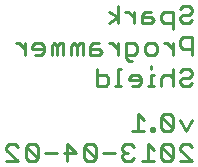
<source format=gbo>
G75*
G70*
%OFA0B0*%
%FSLAX24Y24*%
%IPPOS*%
%LPD*%
%AMOC8*
5,1,8,0,0,1.08239X$1,22.5*
%
%ADD10C,0.0110*%
D10*
X000900Y008205D02*
X001294Y008205D01*
X000900Y008599D01*
X000900Y008697D01*
X000999Y008796D01*
X001196Y008796D01*
X001294Y008697D01*
X001545Y008697D02*
X001643Y008796D01*
X001840Y008796D01*
X001939Y008697D01*
X001939Y008303D01*
X001545Y008697D01*
X001545Y008303D01*
X001643Y008205D01*
X001840Y008205D01*
X001939Y008303D01*
X002189Y008500D02*
X002583Y008500D01*
X002834Y008500D02*
X003228Y008500D01*
X002932Y008796D01*
X002932Y008205D01*
X003479Y008303D02*
X003577Y008205D01*
X003774Y008205D01*
X003872Y008303D01*
X003479Y008697D01*
X003479Y008303D01*
X003872Y008303D02*
X003872Y008697D01*
X003774Y008796D01*
X003577Y008796D01*
X003479Y008697D01*
X004123Y008500D02*
X004517Y008500D01*
X004768Y008402D02*
X004768Y008303D01*
X004866Y008205D01*
X005063Y008205D01*
X005161Y008303D01*
X005412Y008205D02*
X005806Y008205D01*
X005609Y008205D02*
X005609Y008796D01*
X005806Y008599D01*
X006057Y008697D02*
X006155Y008796D01*
X006352Y008796D01*
X006450Y008697D01*
X006450Y008303D01*
X006057Y008697D01*
X006057Y008303D01*
X006155Y008205D01*
X006352Y008205D01*
X006450Y008303D01*
X006701Y008205D02*
X007095Y008205D01*
X006701Y008599D01*
X006701Y008697D01*
X006800Y008796D01*
X006997Y008796D01*
X007095Y008697D01*
X006898Y009205D02*
X006701Y009599D01*
X006450Y009697D02*
X006352Y009796D01*
X006155Y009796D01*
X006057Y009697D01*
X006450Y009303D01*
X006352Y009205D01*
X006155Y009205D01*
X006057Y009303D01*
X006057Y009697D01*
X006450Y009697D02*
X006450Y009303D01*
X006898Y009205D02*
X007095Y009599D01*
X005806Y009303D02*
X005806Y009205D01*
X005707Y009205D01*
X005707Y009303D01*
X005806Y009303D01*
X005484Y009205D02*
X005090Y009205D01*
X005287Y009205D02*
X005287Y009796D01*
X005484Y009599D01*
X005063Y008796D02*
X004866Y008796D01*
X004768Y008697D01*
X004768Y008599D01*
X004866Y008500D01*
X004768Y008402D01*
X004866Y008500D02*
X004965Y008500D01*
X005161Y008697D02*
X005063Y008796D01*
X005081Y010705D02*
X005278Y010705D01*
X005376Y010803D01*
X005376Y011000D01*
X005278Y011099D01*
X005081Y011099D01*
X004983Y011000D01*
X004983Y010902D01*
X005376Y010902D01*
X005707Y011099D02*
X005707Y010705D01*
X005609Y010705D02*
X005806Y010705D01*
X006057Y010705D02*
X006057Y011000D01*
X006155Y011099D01*
X006352Y011099D01*
X006450Y011000D01*
X006701Y010902D02*
X006701Y010803D01*
X006800Y010705D01*
X006997Y010705D01*
X007095Y010803D01*
X006997Y011000D02*
X006800Y011000D01*
X006701Y010902D01*
X006997Y011000D02*
X007095Y011099D01*
X007095Y011197D01*
X006997Y011296D01*
X006800Y011296D01*
X006701Y011197D01*
X006450Y011296D02*
X006450Y010705D01*
X005806Y011099D02*
X005707Y011099D01*
X005707Y011296D02*
X005707Y011394D01*
X005618Y011755D02*
X005520Y011853D01*
X005520Y012050D01*
X005618Y012149D01*
X005815Y012149D01*
X005913Y012050D01*
X005913Y011853D01*
X005815Y011755D01*
X005618Y011755D01*
X005269Y011853D02*
X005269Y012050D01*
X005170Y012149D01*
X004875Y012149D01*
X004875Y011657D01*
X004974Y011558D01*
X005072Y011558D01*
X005170Y011755D02*
X004875Y011755D01*
X004624Y011755D02*
X004624Y012149D01*
X004624Y011952D02*
X004427Y012149D01*
X004329Y012149D01*
X003989Y012149D02*
X003792Y012149D01*
X003693Y012050D01*
X003693Y011755D01*
X003989Y011755D01*
X004087Y011853D01*
X003989Y011952D01*
X003693Y011952D01*
X003443Y011755D02*
X003443Y012149D01*
X003344Y012149D01*
X003246Y012050D01*
X003147Y012149D01*
X003049Y012050D01*
X003049Y011755D01*
X003246Y011755D02*
X003246Y012050D01*
X002798Y012149D02*
X002798Y011755D01*
X002601Y011755D02*
X002601Y012050D01*
X002503Y012149D01*
X002404Y012050D01*
X002404Y011755D01*
X002153Y011853D02*
X002153Y012050D01*
X002055Y012149D01*
X001858Y012149D01*
X001760Y012050D01*
X001760Y011952D01*
X002153Y011952D01*
X002153Y011853D02*
X002055Y011755D01*
X001858Y011755D01*
X001509Y011755D02*
X001509Y012149D01*
X001509Y011952D02*
X001312Y012149D01*
X001214Y012149D01*
X002601Y012050D02*
X002700Y012149D01*
X002798Y012149D01*
X003908Y011296D02*
X003908Y010705D01*
X004204Y010705D01*
X004302Y010803D01*
X004302Y011000D01*
X004204Y011099D01*
X003908Y011099D01*
X004535Y010705D02*
X004732Y010705D01*
X004633Y010705D02*
X004633Y011296D01*
X004732Y011296D01*
X005170Y011755D02*
X005269Y011853D01*
X006155Y012149D02*
X006254Y012149D01*
X006450Y011952D01*
X006450Y011755D02*
X006450Y012149D01*
X006701Y012247D02*
X006701Y012050D01*
X006800Y011952D01*
X007095Y011952D01*
X007095Y011755D02*
X007095Y012346D01*
X006800Y012346D01*
X006701Y012247D01*
X006450Y012608D02*
X006450Y013199D01*
X006155Y013199D01*
X006057Y013100D01*
X006057Y012903D01*
X006155Y012805D01*
X006450Y012805D01*
X006701Y012903D02*
X006800Y012805D01*
X006997Y012805D01*
X007095Y012903D01*
X006997Y013100D02*
X006800Y013100D01*
X006701Y013002D01*
X006701Y012903D01*
X006997Y013100D02*
X007095Y013199D01*
X007095Y013297D01*
X006997Y013396D01*
X006800Y013396D01*
X006701Y013297D01*
X005806Y012903D02*
X005707Y013002D01*
X005412Y013002D01*
X005412Y013100D02*
X005412Y012805D01*
X005707Y012805D01*
X005806Y012903D01*
X005707Y013199D02*
X005511Y013199D01*
X005412Y013100D01*
X005161Y013002D02*
X004965Y013199D01*
X004866Y013199D01*
X005161Y013199D02*
X005161Y012805D01*
X004624Y012805D02*
X004624Y013396D01*
X004329Y013199D02*
X004624Y013002D01*
X004329Y012805D01*
M02*

</source>
